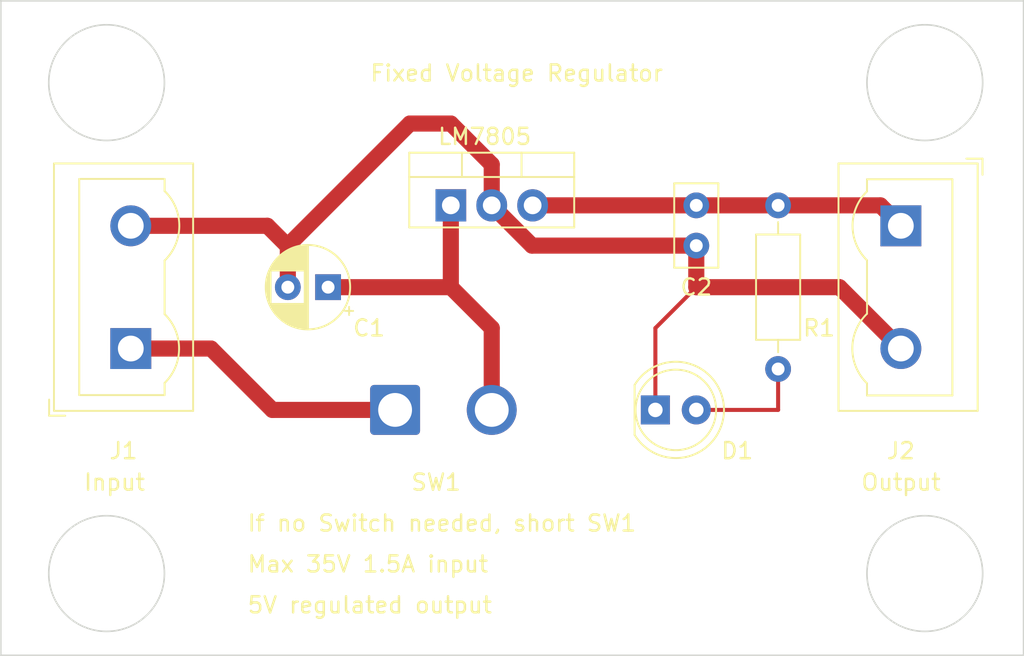
<source format=kicad_pcb>
(kicad_pcb (version 20221018) (generator pcbnew)
  (layers (0 "F.Cu" signal) (31 "B.Cu" signal) (34 "B.Paste" user) (35 "F.Paste" user) (36 "B.SilkS" user "B.Silkscreen") (37 "F.SilkS" user "F.Silkscreen") (38 "B.Mask" user) (39 "F.Mask" user) (44 "Edge.Cuts" user))
  (net 0 "")
  (net 1 "Net-(U1-VI)")
  (net 2 "Net-(J2-Pin_1)")
  (net 3 "Net-(J1-Pin_1)")
  (net 4 "Net-(D1-K)")
  (net 5 "Net-(D1-A)")
  (footprint "TerminalBlock:TerminalBlock_Wuerth_691311400102_P7.62mm" (layer "F.Cu") (at 147.32 74.93 -90)
    (fp_text reference "J2" (at 13.97 0 -180) (layer "F.SilkS"))
    (fp_text value "Screw_Terminal_01x02" hide)
    (fp_line (start -4.17 -5.07) (end -4.17 -4.07) (stroke (width 0.12)) (layer "F.SilkS"))
    (fp_line (start -4.17 -5.07) (end -3.17 -5.07) (stroke (width 0.12)) (layer "F.SilkS"))
    (fp_line (start -3.87 3.87) (end -3.87 -4.77) (stroke (width 0.12)) (layer "F.SilkS"))
    (fp_line (start -3.86 -4.77) (end 11.49 -4.77) (stroke (width 0.12)) (layer "F.SilkS"))
    (fp_line (start -2.89 -3.2) (end -2.89 2.1) (stroke (width 0.12)) (layer "F.SilkS"))
    (fp_line (start -2.89 2.1) (end -2.14 2.1) (stroke (width 0.12)) (layer "F.SilkS"))
    (fp_line (start 2.14 2.1) (end 5.46 2.1) (stroke (width 0.12)) (layer "F.SilkS"))
    (fp_line (start 9.78 2.1) (end 10.53 2.1) (stroke (width 0.12)) (layer "F.SilkS"))
    (fp_line (start 10.53 -3.2) (end -2.89 -3.2) (stroke (width 0.12)) (layer "F.SilkS"))
    (fp_line (start 10.53 2.1) (end 10.53 -3.2) (stroke (width 0.12)) (layer "F.SilkS"))
    (fp_line (start 11.49 -4.77) (end 11.49 3.87) (stroke (width 0.12)) (layer "F.SilkS"))
    (fp_line (start 11.49 3.87) (end -3.87 3.87) (stroke (width 0.12)) (layer "F.SilkS"))
    (fp_arc (start 2.140696 2.099291) (mid 0.000497 2.998266) (end -2.14 2.1) (stroke (width 0.12)) (layer "F.SilkS"))
    (fp_arc (start 9.779492 2.100522) (mid 7.619636 3.012573) (end 5.46 2.1) (stroke (width 0.12)) (layer "F.SilkS"))
    (pad "1" thru_hole rect (at 0 0 270) (size 2.54 2.54) (drill 1.6) (layers "*.Cu" "*.Mask") (net 2 "Net-(J2-Pin_1)"))
    (pad "2" thru_hole circle (at 7.62 0 270) (size 2.54 2.54) (drill 1.6) (layers "*.Cu" "*.Mask") (net 4 "Net-(D1-K)"))
  )
  (footprint "Package_TO_SOT_THT:TO-220-3_Vertical" (layer "F.Cu") (at 119.38 73.66)
    (fp_text reference "LM7805" (at 2.1 -4.27) (layer "F.SilkS"))
    (fp_text value "LM7805_TO220" hide)
    (fp_line (start -2.58 -3.27) (end -2.58 1.371) (stroke (width 0.12)) (layer "F.SilkS"))
    (fp_line (start -2.58 -3.27) (end 7.66 -3.27) (stroke (width 0.12)) (layer "F.SilkS"))
    (fp_line (start -2.58 -1.76) (end 7.66 -1.76) (stroke (width 0.12)) (layer "F.SilkS"))
    (fp_line (start -2.58 1.371) (end 7.66 1.371) (stroke (width 0.12)) (layer "F.SilkS"))
    (fp_line (start 0.69 -3.27) (end 0.69 -1.76) (stroke (width 0.12)) (layer "F.SilkS"))
    (fp_line (start 4.391 -3.27) (end 4.391 -1.76) (stroke (width 0.12)) (layer "F.SilkS"))
    (fp_line (start 7.66 -3.27) (end 7.66 1.371) (stroke (width 0.12)) (layer "F.SilkS"))
    (pad "1" thru_hole rect (at 0 0) (size 1.905 2) (drill 1.1) (layers "*.Cu" "*.Mask") (net 1 "Net-(U1-VI)"))
    (pad "2" thru_hole oval (at 2.54 0) (size 1.905 2) (drill 1.1) (layers "*.Cu" "*.Mask") (net 4 "Net-(D1-K)"))
    (pad "3" thru_hole oval (at 5.08 0) (size 1.905 2) (drill 1.1) (layers "*.Cu" "*.Mask") (net 2 "Net-(J2-Pin_1)"))
  )
  (footprint "Capacitor_THT:C_Disc_D5.0mm_W2.5mm_P2.50mm" (layer "F.Cu") (at 134.62 73.66 -90)
    (fp_text reference "C2" (at 5.08 0 -180) (layer "F.SilkS"))
    (fp_text value "C2" hide)
    (fp_line (start -1.37 -1.37) (end -1.37 1.37) (stroke (width 0.12)) (layer "F.SilkS"))
    (fp_line (start -1.37 -1.37) (end 3.87 -1.37) (stroke (width 0.12)) (layer "F.SilkS"))
    (fp_line (start -1.37 1.37) (end 3.87 1.37) (stroke (width 0.12)) (layer "F.SilkS"))
    (fp_line (start 3.87 -1.37) (end 3.87 1.37) (stroke (width 0.12)) (layer "F.SilkS"))
    (pad "1" thru_hole circle (at 0 0 270) (size 1.6 1.6) (drill 0.8) (layers "*.Cu" "*.Mask") (net 2 "Net-(J2-Pin_1)"))
    (pad "2" thru_hole circle (at 2.5 0 270) (size 1.6 1.6) (drill 0.8) (layers "*.Cu" "*.Mask") (net 4 "Net-(D1-K)"))
  )
  (footprint "Resistor_THT:R_Axial_DIN0207_L6.3mm_D2.5mm_P10.16mm_Horizontal" (layer "F.Cu") (at 139.7 83.82 90)
    (fp_text reference "R1" (at 2.54 2.54 180) (layer "F.SilkS"))
    (fp_text value "R")
    (fp_line (start 1.04 0) (end 1.81 0) (stroke (width 0.12)) (layer "F.SilkS"))
    (fp_line (start 1.81 -1.37) (end 1.81 1.37) (stroke (width 0.12)) (layer "F.SilkS"))
    (fp_line (start 1.81 1.37) (end 8.35 1.37) (stroke (width 0.12)) (layer "F.SilkS"))
    (fp_line (start 8.35 -1.37) (end 1.81 -1.37) (stroke (width 0.12)) (layer "F.SilkS"))
    (fp_line (start 8.35 1.37) (end 8.35 -1.37) (stroke (width 0.12)) (layer "F.SilkS"))
    (fp_line (start 9.12 0) (end 8.35 0) (stroke (width 0.12)) (layer "F.SilkS"))
    (pad "1" thru_hole circle (at 0 0 90) (size 1.6 1.6) (drill 0.8) (layers "*.Cu" "*.Mask") (net 5 "Net-(D1-A)"))
    (pad "2" thru_hole oval (at 10.16 0 90) (size 1.6 1.6) (drill 0.8) (layers "*.Cu" "*.Mask") (net 2 "Net-(J2-Pin_1)"))
  )
  (footprint "Connector_Wire:SolderWire-1.5sqmm_1x02_P6mm_D1.7mm_OD3mm" (layer "F.Cu") (at 115.92 86.36)
    (fp_text reference "SW1" hide)
    (fp_text value "SW_DIP_x01" hide)
    (pad "1" thru_hole roundrect (at 0 0) (size 3.1 3.1) (drill 2.1) (layers "*.Cu" "*.Mask") (roundrect_rratio 0.08064483871) (net 3 "Net-(J1-Pin_1)"))
    (pad "2" thru_hole circle (at 6 0) (size 3.1 3.1) (drill 2.1) (layers "*.Cu" "*.Mask") (net 1 "Net-(U1-VI)"))
  )
  (footprint "LED_THT:LED_D5.0mm" (layer "F.Cu") (at 132.08 86.36)
    (fp_text reference "D1" (at 5.08 2.54) (layer "F.SilkS"))
    (fp_text value "LED")
    (fp_line (start -1.29 -1.545) (end -1.29 1.545) (stroke (width 0.12)) (layer "F.SilkS"))
    (fp_arc (start -1.29 -1.54483) (mid 2.072002 -2.880433) (end 4.26 0.000462) (stroke (width 0.12)) (layer "F.SilkS"))
    (fp_arc (start 4.26 -0.000462) (mid 2.072002 2.880433) (end -1.29 1.54483) (stroke (width 0.12)) (layer "F.SilkS"))
    (fp_circle (center 1.27 0) (end 3.77 0) (stroke (width 0.12)) (fill none) (layer "F.SilkS"))
    (pad "1" thru_hole rect (at 0 0) (size 1.8 1.8) (drill 0.9) (layers "*.Cu" "*.Mask") (net 4 "Net-(D1-K)"))
    (pad "2" thru_hole circle (at 2.54 0) (size 1.8 1.8) (drill 0.9) (layers "*.Cu" "*.Mask") (net 5 "Net-(D1-A)"))
  )
  (footprint "Capacitor_THT:CP_Radial_D5.0mm_P2.50mm" (layer "F.Cu") (at 111.76 78.74 180)
    (fp_text reference "C1" (at -2.54 -2.54 180) (layer "F.SilkS"))
    (fp_text value "C_Polarized" hide)
    (fp_line (start -1.554775 -1.475) (end -1.054775 -1.475) (stroke (width 0.12)) (layer "F.SilkS"))
    (fp_line (start -1.304775 -1.725) (end -1.304775 -1.225) (stroke (width 0.12)) (layer "F.SilkS"))
    (fp_line (start 1.25 -2.58) (end 1.25 2.58) (stroke (width 0.12)) (layer "F.SilkS"))
    (fp_line (start 1.29 -2.58) (end 1.29 2.58) (stroke (width 0.12)) (layer "F.SilkS"))
    (fp_line (start 1.33 -2.579) (end 1.33 2.579) (stroke (width 0.12)) (layer "F.SilkS"))
    (fp_line (start 1.37 -2.578) (end 1.37 2.578) (stroke (width 0.12)) (layer "F.SilkS"))
    (fp_line (start 1.41 -2.576) (end 1.41 2.576) (stroke (width 0.12)) (layer "F.SilkS"))
    (fp_line (start 1.45 -2.573) (end 1.45 2.573) (stroke (width 0.12)) (layer "F.SilkS"))
    (fp_line (start 1.49 -2.569) (end 1.49 -1.04) (stroke (width 0.12)) (layer "F.SilkS"))
    (fp_line (start 1.49 1.04) (end 1.49 2.569) (stroke (width 0.12)) (layer "F.SilkS"))
    (fp_line (start 1.53 -2.565) (end 1.53 -1.04) (stroke (width 0.12)) (layer "F.SilkS"))
    (fp_line (start 1.53 1.04) (end 1.53 2.565) (stroke (width 0.12)) (layer "F.SilkS"))
    (fp_line (start 1.57 -2.561) (end 1.57 -1.04) (stroke (width 0.12)) (layer "F.SilkS"))
    (fp_line (start 1.57 1.04) (end 1.57 2.561) (stroke (width 0.12)) (layer "F.SilkS"))
    (fp_line (start 1.61 -2.556) (end 1.61 -1.04) (stroke (width 0.12)) (layer "F.SilkS"))
    (fp_line (start 1.61 1.04) (end 1.61 2.556) (stroke (width 0.12)) (layer "F.SilkS"))
    (fp_line (start 1.65 -2.55) (end 1.65 -1.04) (stroke (width 0.12)) (layer "F.SilkS"))
    (fp_line (start 1.65 1.04) (end 1.65 2.55) (stroke (width 0.12)) (layer "F.SilkS"))
    (fp_line (start 1.69 -2.543) (end 1.69 -1.04) (stroke (width 0.12)) (layer "F.SilkS"))
    (fp_line (start 1.69 1.04) (end 1.69 2.543) (stroke (width 0.12)) (layer "F.SilkS"))
    (fp_line (start 1.73 -2.536) (end 1.73 -1.04) (stroke (width 0.12)) (layer "F.SilkS"))
    (fp_line (start 1.73 1.04) (end 1.73 2.536) (stroke (width 0.12)) (layer "F.SilkS"))
    (fp_line (start 1.77 -2.528) (end 1.77 -1.04) (stroke (width 0.12)) (layer "F.SilkS"))
    (fp_line (start 1.77 1.04) (end 1.77 2.528) (stroke (width 0.12)) (layer "F.SilkS"))
    (fp_line (start 1.81 -2.52) (end 1.81 -1.04) (stroke (width 0.12)) (layer "F.SilkS"))
    (fp_line (start 1.81 1.04) (end 1.81 2.52) (stroke (width 0.12)) (layer "F.SilkS"))
    (fp_line (start 1.85 -2.511) (end 1.85 -1.04) (stroke (width 0.12)) (layer "F.SilkS"))
    (fp_line (start 1.85 1.04) (end 1.85 2.511) (stroke (width 0.12)) (layer "F.SilkS"))
    (fp_line (start 1.89 -2.501) (end 1.89 -1.04) (stroke (width 0.12)) (layer "F.SilkS"))
    (fp_line (start 1.89 1.04) (end 1.89 2.501) (stroke (width 0.12)) (layer "F.SilkS"))
    (fp_line (start 1.93 -2.491) (end 1.93 -1.04) (stroke (width 0.12)) (layer "F.SilkS"))
    (fp_line (start 1.93 1.04) (end 1.93 2.491) (stroke (width 0.12)) (layer "F.SilkS"))
    (fp_line (start 1.971 -2.48) (end 1.971 -1.04) (stroke (width 0.12)) (layer "F.SilkS"))
    (fp_line (start 1.971 1.04) (end 1.971 2.48) (stroke (width 0.12)) (layer "F.SilkS"))
    (fp_line (start 2.011 -2.468) (end 2.011 -1.04) (stroke (width 0.12)) (layer "F.SilkS"))
    (fp_line (start 2.011 1.04) (end 2.011 2.468) (stroke (width 0.12)) (layer "F.SilkS"))
    (fp_line (start 2.051 -2.455) (end 2.051 -1.04) (stroke (width 0.12)) (layer "F.SilkS"))
    (fp_line (start 2.051 1.04) (end 2.051 2.455) (stroke (width 0.12)) (layer "F.SilkS"))
    (fp_line (start 2.091 -2.442) (end 2.091 -1.04) (stroke (width 0.12)) (layer "F.SilkS"))
    (fp_line (start 2.091 1.04) (end 2.091 2.442) (stroke (width 0.12)) (layer "F.SilkS"))
    (fp_line (start 2.131 -2.428) (end 2.131 -1.04) (stroke (width 0.12)) (layer "F.SilkS"))
    (fp_line (start 2.131 1.04) (end 2.131 2.428) (stroke (width 0.12)) (layer "F.SilkS"))
    (fp_line (start 2.171 -2.414) (end 2.171 -1.04) (stroke (width 0.12)) (layer "F.SilkS"))
    (fp_line (start 2.171 1.04) (end 2.171 2.414) (stroke (width 0.12)) (layer "F.SilkS"))
    (fp_line (start 2.211 -2.398) (end 2.211 -1.04) (stroke (width 0.12)) (layer "F.SilkS"))
    (fp_line (start 2.211 1.04) (end 2.211 2.398) (stroke (width 0.12)) (layer "F.SilkS"))
    (fp_line (start 2.251 -2.382) (end 2.251 -1.04) (stroke (width 0.12)) (layer "F.SilkS"))
    (fp_line (start 2.251 1.04) (end 2.251 2.382) (stroke (width 0.12)) (layer "F.SilkS"))
    (fp_line (start 2.291 -2.365) (end 2.291 -1.04) (stroke (width 0.12)) (layer "F.SilkS"))
    (fp_line (start 2.291 1.04) (end 2.291 2.365) (stroke (width 0.12)) (layer "F.SilkS"))
    (fp_line (start 2.331 -2.348) (end 2.331 -1.04) (stroke (width 0.12)) (layer "F.SilkS"))
    (fp_line (start 2.331 1.04) (end 2.331 2.348) (stroke (width 0.12)) (layer "F.SilkS"))
    (fp_line (start 2.371 -2.329) (end 2.371 -1.04) (stroke (width 0.12)) (layer "F.SilkS"))
    (fp_line (start 2.371 1.04) (end 2.371 2.329) (stroke (width 0.12)) (layer "F.SilkS"))
    (fp_line (start 2.411 -2.31) (end 2.411 -1.04) (stroke (width 0.12)) (layer "F.SilkS"))
    (fp_line (start 2.411 1.04) (end 2.411 2.31) (stroke (width 0.12)) (layer "F.SilkS"))
    (fp_line (start 2.451 -2.29) (end 2.451 -1.04) (stroke (width 0.12)) (layer "F.SilkS"))
    (fp_line (start 2.451 1.04) (end 2.451 2.29) (stroke (width 0.12)) (layer "F.SilkS"))
    (fp_line (start 2.491 -2.268) (end 2.491 -1.04) (stroke (width 0.12)) (layer "F.SilkS"))
    (fp_line (start 2.491 1.04) (end 2.491 2.268) (stroke (width 0.12)) (layer "F.SilkS"))
    (fp_line (start 2.531 -2.247) (end 2.531 -1.04) (stroke (width 0.12)) (layer "F.SilkS"))
    (fp_line (start 2.531 1.04) (end 2.531 2.247) (stroke (width 0.12)) (layer "F.SilkS"))
    (fp_line (start 2.571 -2.224) (end 2.571 -1.04) (stroke (width 0.12)) (layer "F.SilkS"))
    (fp_line (start 2.571 1.04) (end 2.571 2.224) (stroke (width 0.12)) (layer "F.SilkS"))
    (fp_line (start 2.611 -2.2) (end 2.611 -1.04) (stroke (width 0.12)) (layer "F.SilkS"))
    (fp_line (start 2.611 1.04) (end 2.611 2.2) (stroke (width 0.12)) (layer "F.SilkS"))
    (fp_line (start 2.651 -2.175) (end 2.651 -1.04) (stroke (width 0.12)) (layer "F.SilkS"))
    (fp_line (start 2.651 1.04) (end 2.651 2.175) (stroke (width 0.12)) (layer "F.SilkS"))
    (fp_line (start 2.691 -2.149) (end 2.691 -1.04) (stroke (width 0.12)) (layer "F.SilkS"))
    (fp_line (start 2.691 1.04) (end 2.691 2.149) (stroke (width 0.12)) (layer "F.SilkS"))
    (fp_line (start 2.731 -2.122) (end 2.731 -1.04) (stroke (width 0.12)) (layer "F.SilkS"))
    (fp_line (start 2.731 1.04) (end 2.731 2.122) (stroke (width 0.12)) (layer "F.SilkS"))
    (fp_line (start 2.771 -2.095) (end 2.771 -1.04) (stroke (width 0.12)) (layer "F.SilkS"))
    (fp_line (start 2.771 1.04) (end 2.771 2.095) (stroke (width 0.12)) (layer "F.SilkS"))
    (fp_line (start 2.811 -2.065) (end 2.811 -1.04) (stroke (width 0.12)) (layer "F.SilkS"))
    (fp_line (start 2.811 1.04) (end 2.811 2.065) (stroke (width 0.12)) (layer "F.SilkS"))
    (fp_line (start 2.851 -2.035) (end 2.851 -1.04) (stroke (width 0.12)) (layer "F.SilkS"))
    (fp_line (start 2.851 1.04) (end 2.851 2.035) (stroke (width 0.12)) (layer "F.SilkS"))
    (fp_line (start 2.891 -2.004) (end 2.891 -1.04) (stroke (width 0.12)) (layer "F.SilkS"))
    (fp_line (start 2.891 1.04) (end 2.891 2.004) (stroke (width 0.12)) (layer "F.SilkS"))
    (fp_line (start 2.931 -1.971) (end 2.931 -1.04) (stroke (width 0.12)) (layer "F.SilkS"))
    (fp_line (start 2.931 1.04) (end 2.931 1.971) (stroke (width 0.12)) (layer "F.SilkS"))
    (fp_line (start 2.971 -1.937) (end 2.971 -1.04) (stroke (width 0.12)) (layer "F.SilkS"))
    (fp_line (start 2.971 1.04) (end 2.971 1.937) (stroke (width 0.12)) (layer "F.SilkS"))
    (fp_line (start 3.011 -1.901) (end 3.011 -1.04) (stroke (width 0.12)) (layer "F.SilkS"))
    (fp_line (start 3.011 1.04) (end 3.011 1.901) (stroke (width 0.12)) (layer "F.SilkS"))
    (fp_line (start 3.051 -1.864) (end 3.051 -1.04) (stroke (width 0.12)) (layer "F.SilkS"))
    (fp_line (start 3.051 1.04) (end 3.051 1.864) (stroke (width 0.12)) (layer "F.SilkS"))
    (fp_line (start 3.091 -1.826) (end 3.091 -1.04) (stroke (width 0.12)) (layer "F.SilkS"))
    (fp_line (start 3.091 1.04) (end 3.091 1.826) (stroke (width 0.12)) (layer "F.SilkS"))
    (fp_line (start 3.131 -1.785) (end 3.131 -1.04) (stroke (width 0.12)) (layer "F.SilkS"))
    (fp_line (start 3.131 1.04) (end 3.131 1.785) (stroke (width 0.12)) (layer "F.SilkS"))
    (fp_line (start 3.171 -1.743) (end 3.171 -1.04) (stroke (width 0.12)) (layer "F.SilkS"))
    (fp_line (start 3.171 1.04) (end 3.171 1.743) (stroke (width 0.12)) (layer "F.SilkS"))
    (fp_line (start 3.211 -1.699) (end 3.211 -1.04) (stroke (width 0.12)) (layer "F.SilkS"))
    (fp_line (start 3.211 1.04) (end 3.211 1.699) (stroke (width 0.12)) (layer "F.SilkS"))
    (fp_line (start 3.251 -1.653) (end 3.251 -1.04) (stroke (width 0.12)) (layer "F.SilkS"))
    (fp_line (start 3.251 1.04) (end 3.251 1.653) (stroke (width 0.12)) (layer "F.SilkS"))
    (fp_line (start 3.291 -1.605) (end 3.291 -1.04) (stroke (width 0.12)) (layer "F.SilkS"))
    (fp_line (start 3.291 1.04) (end 3.291 1.605) (stroke (width 0.12)) (layer "F.SilkS"))
    (fp_line (start 3.331 -1.554) (end 3.331 -1.04) (stroke (width 0.12)) (layer "F.SilkS"))
    (fp_line (start 3.331 1.04) (end 3.331 1.554) (stroke (width 0.12)) (layer "F.SilkS"))
    (fp_line (start 3.371 -1.5) (end 3.371 -1.04) (stroke (width 0.12)) (layer "F.SilkS"))
    (fp_line (start 3.371 1.04) (end 3.371 1.5) (stroke (width 0.12)) (layer "F.SilkS"))
    (fp_line (start 3.411 -1.443) (end 3.411 -1.04) (stroke (width 0.12)) (layer "F.SilkS"))
    (fp_line (start 3.411 1.04) (end 3.411 1.443) (stroke (width 0.12)) (layer "F.SilkS"))
    (fp_line (start 3.451 -1.383) (end 3.451 -1.04) (stroke (width 0.12)) (layer "F.SilkS"))
    (fp_line (start 3.451 1.04) (end 3.451 1.383) (stroke (width 0.12)) (layer "F.SilkS"))
    (fp_line (start 3.491 -1.319) (end 3.491 -1.04) (stroke (width 0.12)) (layer "F.SilkS"))
    (fp_line (start 3.491 1.04) (end 3.491 1.319) (stroke (width 0.12)) (layer "F.SilkS"))
    (fp_line (start 3.531 -1.251) (end 3.531 -1.04) (stroke (width 0.12)) (layer "F.SilkS"))
    (fp_line (start 3.531 1.04) (end 3.531 1.251) (stroke (width 0.12)) (layer "F.SilkS"))
    (fp_line (start 3.571 -1.178) (end 3.571 1.178) (stroke (width 0.12)) (layer "F.SilkS"))
    (fp_line (start 3.611 -1.098) (end 3.611 1.098) (stroke (width 0.12)) (layer "F.SilkS"))
    (fp_line (start 3.651 -1.011) (end 3.651 1.011) (stroke (width 0.12)) (layer "F.SilkS"))
    (fp_line (start 3.691 -0.915) (end 3.691 0.915) (stroke (width 0.12)) (layer "F.SilkS"))
    (fp_line (start 3.731 -0.805) (end 3.731 0.805) (stroke (width 0.12)) (layer "F.SilkS"))
    (fp_line (start 3.771 -0.677) (end 3.771 0.677) (stroke (width 0.12)) (layer "F.SilkS"))
    (fp_line (start 3.811 -0.518) (end 3.811 0.518) (stroke (width 0.12)) (layer "F.SilkS"))
    (fp_line (start 3.851 -0.284) (end 3.851 0.284) (stroke (width 0.12)) (layer "F.SilkS"))
    (fp_circle (center 1.25 0) (end 3.87 0) (stroke (width 0.12)) (fill none) (layer "F.SilkS"))
    (pad "1" thru_hole rect (at 0 0 180) (size 1.6 1.6) (drill 0.8) (layers "*.Cu" "*.Mask") (net 1 "Net-(U1-VI)"))
    (pad "2" thru_hole circle (at 2.5 0 180) (size 1.6 1.6) (drill 0.8) (layers "*.Cu" "*.Mask") (net 4 "Net-(D1-K)"))
  )
  (footprint "TerminalBlock:TerminalBlock_Wuerth_691311400102_P7.62mm" (layer "F.Cu") (at 99.51 82.55 90)
    (fp_text reference "J1" (at -6.35 -0.45 180) (layer "F.SilkS"))
    (fp_text value "Screw_Terminal_01x02" hide)
    (fp_line (start -4.17 -5.07) (end -4.17 -4.07) (stroke (width 0.12)) (layer "F.SilkS"))
    (fp_line (start -4.17 -5.07) (end -3.17 -5.07) (stroke (width 0.12)) (layer "F.SilkS"))
    (fp_line (start -3.87 3.87) (end -3.87 -4.77) (stroke (width 0.12)) (layer "F.SilkS"))
    (fp_line (start -3.86 -4.77) (end 11.49 -4.77) (stroke (width 0.12)) (layer "F.SilkS"))
    (fp_line (start -2.89 -3.2) (end -2.89 2.1) (stroke (width 0.12)) (layer "F.SilkS"))
    (fp_line (start -2.89 2.1) (end -2.14 2.1) (stroke (width 0.12)) (layer "F.SilkS"))
    (fp_line (start 2.14 2.1) (end 5.46 2.1) (stroke (width 0.12)) (layer "F.SilkS"))
    (fp_line (start 9.78 2.1) (end 10.53 2.1) (stroke (width 0.12)) (layer "F.SilkS"))
    (fp_line (start 10.53 -3.2) (end -2.89 -3.2) (stroke (width 0.12)) (layer "F.SilkS"))
    (fp_line (start 10.53 2.1) (end 10.53 -3.2) (stroke (width 0.12)) (layer "F.SilkS"))
    (fp_line (start 11.49 -4.77) (end 11.49 3.87) (stroke (width 0.12)) (layer "F.SilkS"))
    (fp_line (start 11.49 3.87) (end -3.87 3.87) (stroke (width 0.12)) (layer "F.SilkS"))
    (fp_arc (start 2.140696 2.099291) (mid 0.000497 2.998266) (end -2.14 2.1) (stroke (width 0.12)) (layer "F.SilkS"))
    (fp_arc (start 9.779492 2.100522) (mid 7.619636 3.012573) (end 5.46 2.1) (stroke (width 0.12)) (layer "F.SilkS"))
    (pad "1" thru_hole rect (at 0 0 90) (size 2.54 2.54) (drill 1.6) (layers "*.Cu" "*.Mask") (net 3 "Net-(J1-Pin_1)"))
    (pad "2" thru_hole circle (at 7.62 0 90) (size 2.54 2.54) (drill 1.6) (layers "*.Cu" "*.Mask") (net 4 "Net-(D1-K)"))
  )
  (gr_circle (center 98.007898 96.52) (end 100.547898 99.06) (stroke (width 0.1)) (fill none) (layer "Edge.Cuts"))
  (gr_circle (center 98.007898 66.04) (end 100.547898 68.58) (stroke (width 0.1)) (fill none) (layer "Edge.Cuts"))
  (gr_circle (center 148.807898 96.52) (end 151.347898 99.06) (stroke (width 0.1)) (fill none) (layer "Edge.Cuts"))
  (gr_circle (center 148.807898 66.04) (end 151.347898 68.58) (stroke (width 0.1)) (fill none) (layer "Edge.Cuts"))
  (gr_rect (start 91.44 60.96) (end 154.94 101.6) (stroke (width 0.1)) (fill none) (layer "Edge.Cuts"))
  (gr_text "5V regulated output" (at 106.68 99.06) (layer "F.SilkS") (effects (font (size 1 1)) (justify left bottom)))
  (gr_text "Max 35V 1.5A input" (at 106.68 96.52) (layer "F.SilkS") (effects (font (size 1 1)) (justify left bottom)))
  (gr_text "Fixed Voltage Regulator" (at 114.3 66.04) (layer "F.SilkS") (effects (font (size 1 1)) (justify left bottom)))
  (gr_text "If no Switch needed, short SW1" (at 106.68 93.98) (layer "F.SilkS") (effects (font (size 1 1)) (justify left bottom)))
  (gr_text "Output" (at 144.78 91.44) (layer "F.SilkS") (effects (font (size 1 1)) (justify left bottom)))
  (gr_text "SW1" (at 116.84 91.44) (layer "F.SilkS") (effects (font (size 1 1)) (justify left bottom)))
  (gr_text "Input" (at 96.52 91.44) (layer "F.SilkS") (effects (font (size 1 1)) (justify left bottom)))
  (segment (start 121.92 81.28) (end 119.38 78.74) (width 1) (layer "F.Cu") (net 1))
  (segment (start 119.38 78.74) (end 119.38 73.66) (width 1) (layer "F.Cu") (net 1))
  (segment (start 119.34 78.78) (end 119.38 78.74) (width 0.25) (layer "F.Cu") (net 1))
  (segment (start 111.76 78.74) (end 119.38 78.74) (width 1) (layer "F.Cu") (net 1))
  (segment (start 121.92 86.36) (end 121.92 81.28) (width 1) (layer "F.Cu") (net 1))
  (segment (start 124.46 73.66) (end 134.62 73.66) (width 1) (layer "F.Cu") (net 2))
  (segment (start 146.05 73.66) (end 147.32 74.93) (width 1) (layer "F.Cu") (net 2))
  (segment (start 139.7 73.66) (end 146.05 73.66) (width 1) (layer "F.Cu") (net 2))
  (segment (start 134.62 73.66) (end 139.7 73.66) (width 1) (layer "F.Cu") (net 2))
  (segment (start 108.3 86.36) (end 115.92 86.36) (width 1) (layer "F.Cu") (net 3))
  (segment (start 99.51 82.55) (end 104.49 82.55) (width 1) (layer "F.Cu") (net 3))
  (segment (start 104.49 82.55) (end 108.3 86.36) (width 1) (layer "F.Cu") (net 3))
  (segment (start 134.62 76.16) (end 134.62 78.74) (width 1) (layer "F.Cu") (net 4))
  (segment (start 121.92 73.66) (end 124.42 76.16) (width 1) (layer "F.Cu") (net 4))
  (segment (start 121.92 71.12) (end 119.38 68.58) (width 1) (layer "F.Cu") (net 4))
  (segment (start 109.26 76.2) (end 109.26 78.74) (width 1) (layer "F.Cu") (net 4))
  (segment (start 109.26 76.16) (end 109.26 76.2) (width 0.25) (layer "F.Cu") (net 4))
  (segment (start 99.51 74.93) (end 107.99 74.93) (width 1) (layer "F.Cu") (net 4))
  (segment (start 121.92 73.66) (end 121.92 71.12) (width 1) (layer "F.Cu") (net 4))
  (segment (start 119.38 68.58) (end 116.84 68.58) (width 1) (layer "F.Cu") (net 4))
  (segment (start 132.08 81.28) (end 134.62 78.74) (width 0.25) (layer "F.Cu") (net 4))
  (segment (start 107.99 74.93) (end 109.26 76.2) (width 1) (layer "F.Cu") (net 4))
  (segment (start 116.84 68.58) (end 109.26 76.16) (width 1) (layer "F.Cu") (net 4))
  (segment (start 132.08 86.36) (end 132.08 81.28) (width 0.25) (layer "F.Cu") (net 4))
  (segment (start 143.51 78.74) (end 147.32 82.55) (width 1) (layer "F.Cu") (net 4))
  (segment (start 124.42 76.16) (end 134.62 76.16) (width 1) (layer "F.Cu") (net 4))
  (segment (start 134.62 78.74) (end 143.51 78.74) (width 1) (layer "F.Cu") (net 4))
  (segment (start 139.7 86.36) (end 134.62 86.36) (width 0.25) (layer "F.Cu") (net 5))
  (segment (start 139.7 83.82) (end 139.7 86.36) (width 0.25) (layer "F.Cu") (net 5))
)
</source>
